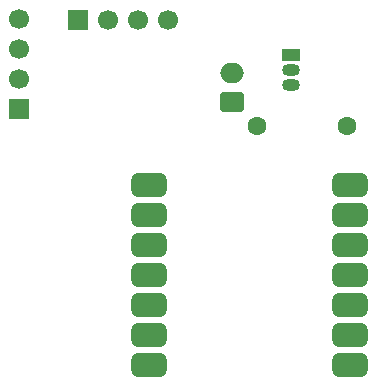
<source format=gbs>
%TF.GenerationSoftware,KiCad,Pcbnew,9.0.2*%
%TF.CreationDate,2025-08-29T11:08:53+00:00*%
%TF.ProjectId,AERIS-Nano Breakout Board,41455249-532d-44e6-916e-6f2042726561,rev?*%
%TF.SameCoordinates,Original*%
%TF.FileFunction,Soldermask,Bot*%
%TF.FilePolarity,Negative*%
%FSLAX46Y46*%
G04 Gerber Fmt 4.6, Leading zero omitted, Abs format (unit mm)*
G04 Created by KiCad (PCBNEW 9.0.2) date 2025-08-29 11:08:53*
%MOMM*%
%LPD*%
G01*
G04 APERTURE LIST*
G04 Aperture macros list*
%AMRoundRect*
0 Rectangle with rounded corners*
0 $1 Rounding radius*
0 $2 $3 $4 $5 $6 $7 $8 $9 X,Y pos of 4 corners*
0 Add a 4 corners polygon primitive as box body*
4,1,4,$2,$3,$4,$5,$6,$7,$8,$9,$2,$3,0*
0 Add four circle primitives for the rounded corners*
1,1,$1+$1,$2,$3*
1,1,$1+$1,$4,$5*
1,1,$1+$1,$6,$7*
1,1,$1+$1,$8,$9*
0 Add four rect primitives between the rounded corners*
20,1,$1+$1,$2,$3,$4,$5,0*
20,1,$1+$1,$4,$5,$6,$7,0*
20,1,$1+$1,$6,$7,$8,$9,0*
20,1,$1+$1,$8,$9,$2,$3,0*%
G04 Aperture macros list end*
%ADD10R,1.700000X1.700000*%
%ADD11C,1.700000*%
%ADD12C,1.600000*%
%ADD13RoundRect,0.250000X0.750000X-0.600000X0.750000X0.600000X-0.750000X0.600000X-0.750000X-0.600000X0*%
%ADD14O,2.000000X1.700000*%
%ADD15RoundRect,0.500000X-1.000000X-0.500000X1.000000X-0.500000X1.000000X0.500000X-1.000000X0.500000X0*%
%ADD16R,1.500000X1.050000*%
%ADD17O,1.500000X1.050000*%
G04 APERTURE END LIST*
D10*
%TO.C,J1*%
X164500000Y-93000000D03*
D11*
X167040000Y-93000000D03*
X169580000Y-93000000D03*
X172120000Y-93000000D03*
%TD*%
D10*
%TO.C,J2*%
X159500000Y-100540000D03*
D11*
X159500000Y-98000000D03*
X159500000Y-95460000D03*
X159500000Y-92920000D03*
%TD*%
D12*
%TO.C,R1*%
X179690000Y-102000000D03*
X187310000Y-102000000D03*
%TD*%
D13*
%TO.C,J3*%
X177500000Y-100000000D03*
D14*
X177500000Y-97500000D03*
%TD*%
D15*
%TO.C,U1*%
X170500000Y-122240000D03*
X170500000Y-119700000D03*
X170500000Y-117160000D03*
X170500000Y-114620000D03*
X170500000Y-112080000D03*
X170500000Y-109540000D03*
X170500000Y-107000000D03*
X187500000Y-107000000D03*
X187500000Y-109540000D03*
X187500000Y-112080000D03*
X187500000Y-114620000D03*
X187500000Y-117160000D03*
X187500000Y-119700000D03*
X187500000Y-122240000D03*
%TD*%
D16*
%TO.C,Q1*%
X182500000Y-96000000D03*
D17*
X182500000Y-97270000D03*
X182500000Y-98540000D03*
%TD*%
M02*

</source>
